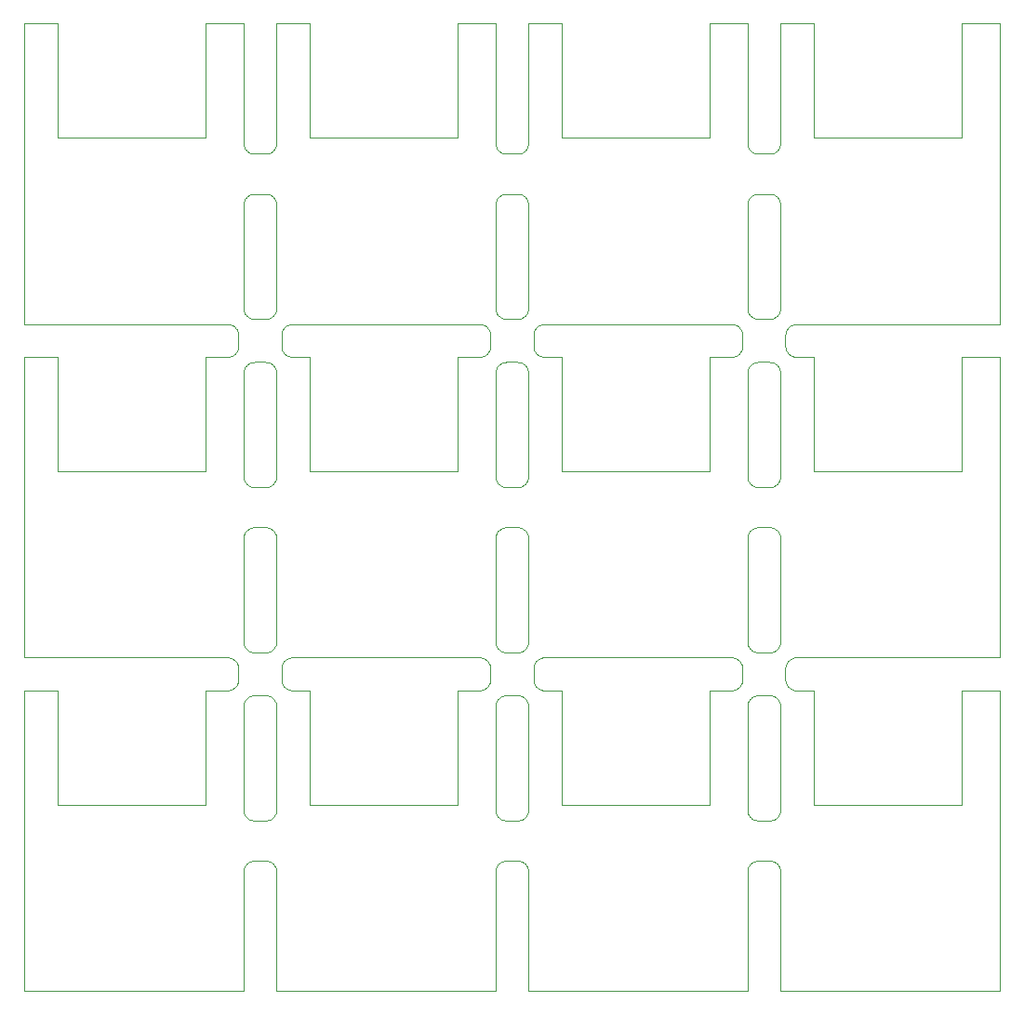
<source format=gko>
%MOIN*%
%OFA0B0*%
%FSLAX44Y44*%
%IPPOS*%
%LPD*%
%ADD10C,0*%
D10*
X00025912Y00024486D02*
X00025912Y00024486D01*
X00025912Y00028186D01*
X00025913Y00028217D01*
X00025917Y00028248D01*
X00025923Y00028278D01*
X00025931Y00028308D01*
X00025942Y00028337D01*
X00025955Y00028365D01*
X00025970Y00028392D01*
X00025987Y00028418D01*
X00026006Y00028442D01*
X00026027Y00028465D01*
X00026050Y00028486D01*
X00026074Y00028505D01*
X00026100Y00028522D01*
X00026127Y00028537D01*
X00026155Y00028550D01*
X00026184Y00028561D01*
X00026213Y00028569D01*
X00026244Y00028575D01*
X00026275Y00028579D01*
X00026305Y00028580D01*
X00026699Y00028580D01*
X00026730Y00028579D01*
X00026761Y00028575D01*
X00026791Y00028569D01*
X00026821Y00028561D01*
X00026850Y00028550D01*
X00026878Y00028537D01*
X00026905Y00028522D01*
X00026931Y00028505D01*
X00026955Y00028486D01*
X00026977Y00028465D01*
X00026998Y00028442D01*
X00027018Y00028418D01*
X00027035Y00028392D01*
X00027050Y00028365D01*
X00027063Y00028337D01*
X00027074Y00028308D01*
X00027082Y00028278D01*
X00027088Y00028248D01*
X00027092Y00028217D01*
X00027093Y00028186D01*
X00027093Y00024486D01*
X00027092Y00024456D01*
X00027088Y00024425D01*
X00027082Y00024395D01*
X00027074Y00024365D01*
X00027063Y00024336D01*
X00027050Y00024308D01*
X00027035Y00024281D01*
X00027018Y00024255D01*
X00026998Y00024231D01*
X00026977Y00024208D01*
X00026955Y00024187D01*
X00026931Y00024168D01*
X00026905Y00024151D01*
X00026878Y00024136D01*
X00026850Y00024123D01*
X00026821Y00024112D01*
X00026791Y00024104D01*
X00026761Y00024098D01*
X00026730Y00024094D01*
X00026699Y00024093D01*
X00026305Y00024093D01*
X00026275Y00024094D01*
X00026244Y00024098D01*
X00026213Y00024104D01*
X00026184Y00024112D01*
X00026155Y00024123D01*
X00026127Y00024136D01*
X00026100Y00024151D01*
X00026074Y00024168D01*
X00026050Y00024187D01*
X00026027Y00024208D01*
X00026006Y00024231D01*
X00025987Y00024255D01*
X00025970Y00024281D01*
X00025955Y00024308D01*
X00025942Y00024336D01*
X00025931Y00024365D01*
X00025923Y00024395D01*
X00025917Y00024425D01*
X00025913Y00024456D01*
X00025912Y00024486D01*
X00025912Y00022156D02*
X00025912Y00022156D01*
X00025913Y00022187D01*
X00025917Y00022217D01*
X00025923Y00022248D01*
X00025931Y00022278D01*
X00025942Y00022307D01*
X00025955Y00022335D01*
X00025970Y00022362D01*
X00025987Y00022387D01*
X00026006Y00022412D01*
X00026027Y00022434D01*
X00026050Y00022455D01*
X00026074Y00022474D01*
X00026100Y00022492D01*
X00026127Y00022507D01*
X00026155Y00022520D01*
X00026184Y00022530D01*
X00026213Y00022539D01*
X00026244Y00022545D01*
X00026275Y00022548D01*
X00026305Y00022550D01*
X00026699Y00022550D01*
X00026730Y00022548D01*
X00026761Y00022545D01*
X00026791Y00022539D01*
X00026821Y00022530D01*
X00026850Y00022520D01*
X00026878Y00022507D01*
X00026905Y00022492D01*
X00026931Y00022474D01*
X00026955Y00022455D01*
X00026977Y00022434D01*
X00026998Y00022412D01*
X00027018Y00022387D01*
X00027035Y00022362D01*
X00027050Y00022335D01*
X00027063Y00022307D01*
X00027074Y00022278D01*
X00027082Y00022248D01*
X00027088Y00022217D01*
X00027092Y00022187D01*
X00027093Y00022156D01*
X00027093Y00018456D01*
X00027092Y00018425D01*
X00027088Y00018394D01*
X00027082Y00018364D01*
X00027074Y00018334D01*
X00027063Y00018305D01*
X00027050Y00018277D01*
X00027035Y00018250D01*
X00027018Y00018225D01*
X00026998Y00018200D01*
X00026977Y00018178D01*
X00026955Y00018157D01*
X00026931Y00018137D01*
X00026905Y00018120D01*
X00026878Y00018105D01*
X00026850Y00018092D01*
X00026821Y00018082D01*
X00026791Y00018073D01*
X00026761Y00018067D01*
X00026730Y00018063D01*
X00026699Y00018062D01*
X00026305Y00018062D01*
X00026275Y00018063D01*
X00026244Y00018067D01*
X00026213Y00018073D01*
X00026184Y00018082D01*
X00026155Y00018092D01*
X00026127Y00018105D01*
X00026100Y00018120D01*
X00026074Y00018137D01*
X00026050Y00018157D01*
X00026027Y00018178D01*
X00026006Y00018200D01*
X00025987Y00018225D01*
X00025970Y00018250D01*
X00025955Y00018277D01*
X00025942Y00018305D01*
X00025931Y00018334D01*
X00025923Y00018364D01*
X00025917Y00018394D01*
X00025913Y00018425D01*
X00025912Y00018456D01*
X00025912Y00022156D01*
X00025912Y00010200D02*
X00025912Y00010200D01*
X00025913Y00010231D01*
X00025917Y00010261D01*
X00025923Y00010292D01*
X00025931Y00010321D01*
X00025942Y00010350D01*
X00025955Y00010378D01*
X00025970Y00010405D01*
X00025987Y00010431D01*
X00026006Y00010455D01*
X00026027Y00010478D01*
X00026050Y00010499D01*
X00026074Y00010518D01*
X00026100Y00010535D01*
X00026127Y00010551D01*
X00026155Y00010563D01*
X00026184Y00010574D01*
X00026213Y00010583D01*
X00026244Y00010589D01*
X00026275Y00010592D01*
X00026305Y00010593D01*
X00026699Y00010593D01*
X00026730Y00010592D01*
X00026761Y00010589D01*
X00026791Y00010583D01*
X00026821Y00010574D01*
X00026850Y00010563D01*
X00026878Y00010551D01*
X00026905Y00010535D01*
X00026931Y00010518D01*
X00026955Y00010499D01*
X00026977Y00010478D01*
X00026998Y00010455D01*
X00027018Y00010431D01*
X00027035Y00010405D01*
X00027050Y00010378D01*
X00027063Y00010350D01*
X00027074Y00010321D01*
X00027082Y00010292D01*
X00027088Y00010261D01*
X00027092Y00010231D01*
X00027093Y00010200D01*
X00027093Y00006500D01*
X00027092Y00006469D01*
X00027088Y00006438D01*
X00027082Y00006408D01*
X00027074Y00006378D01*
X00027063Y00006349D01*
X00027050Y00006321D01*
X00027035Y00006294D01*
X00027018Y00006268D01*
X00026998Y00006244D01*
X00026977Y00006221D01*
X00026955Y00006200D01*
X00026931Y00006181D01*
X00026905Y00006164D01*
X00026878Y00006149D01*
X00026850Y00006136D01*
X00026821Y00006125D01*
X00026791Y00006117D01*
X00026761Y00006111D01*
X00026730Y00006107D01*
X00026699Y00006106D01*
X00026305Y00006106D01*
X00026275Y00006107D01*
X00026244Y00006111D01*
X00026213Y00006117D01*
X00026184Y00006125D01*
X00026155Y00006136D01*
X00026127Y00006149D01*
X00026100Y00006164D01*
X00026074Y00006181D01*
X00026050Y00006200D01*
X00026027Y00006221D01*
X00026006Y00006244D01*
X00025987Y00006268D01*
X00025970Y00006294D01*
X00025955Y00006321D01*
X00025942Y00006349D01*
X00025931Y00006378D01*
X00025923Y00006408D01*
X00025917Y00006438D01*
X00025913Y00006469D01*
X00025912Y00006500D01*
X00025912Y00010200D01*
X00025337Y00011956D02*
X00025337Y00011956D01*
X00025368Y00011954D01*
X00025399Y00011951D01*
X00025429Y00011945D01*
X00025459Y00011936D01*
X00025488Y00011926D01*
X00025516Y00011913D01*
X00025543Y00011898D01*
X00025568Y00011880D01*
X00025593Y00011861D01*
X00025615Y00011840D01*
X00025636Y00011818D01*
X00025655Y00011793D01*
X00025673Y00011768D01*
X00025688Y00011741D01*
X00025701Y00011713D01*
X00025711Y00011684D01*
X00025720Y00011654D01*
X00025726Y00011623D01*
X00025729Y00011593D01*
X00025731Y00011562D01*
X00025731Y00011168D01*
X00025729Y00011137D01*
X00025726Y00011107D01*
X00025720Y00011076D01*
X00025711Y00011047D01*
X00025701Y00011018D01*
X00025688Y00010989D01*
X00025673Y00010962D01*
X00025655Y00010937D01*
X00025636Y00010913D01*
X00025615Y00010890D01*
X00025593Y00010869D01*
X00025568Y00010850D01*
X00025543Y00010833D01*
X00025516Y00010817D01*
X00025488Y00010804D01*
X00025459Y00010794D01*
X00025429Y00010785D01*
X00025399Y00010779D01*
X00025368Y00010776D01*
X00025337Y00010775D01*
X00024562Y00010775D01*
X00024562Y00006675D01*
X00019262Y00006675D01*
X00019262Y00010775D01*
X00018636Y00010775D01*
X00018606Y00010776D01*
X00018575Y00010779D01*
X00018545Y00010785D01*
X00018515Y00010794D01*
X00018486Y00010804D01*
X00018458Y00010817D01*
X00018431Y00010833D01*
X00018405Y00010850D01*
X00018381Y00010869D01*
X00018358Y00010890D01*
X00018337Y00010913D01*
X00018318Y00010937D01*
X00018301Y00010962D01*
X00018286Y00010989D01*
X00018273Y00011018D01*
X00018262Y00011047D01*
X00018254Y00011076D01*
X00018248Y00011107D01*
X00018244Y00011137D01*
X00018243Y00011168D01*
X00018243Y00011562D01*
X00018244Y00011593D01*
X00018248Y00011623D01*
X00018254Y00011654D01*
X00018262Y00011684D01*
X00018273Y00011713D01*
X00018286Y00011741D01*
X00018301Y00011768D01*
X00018318Y00011793D01*
X00018337Y00011818D01*
X00018358Y00011840D01*
X00018381Y00011861D01*
X00018405Y00011880D01*
X00018431Y00011898D01*
X00018458Y00011913D01*
X00018486Y00011926D01*
X00018515Y00011936D01*
X00018545Y00011945D01*
X00018575Y00011951D01*
X00018606Y00011954D01*
X00018636Y00011956D01*
X00025337Y00011956D01*
X00027093Y00012530D02*
X00027093Y00012530D01*
X00027092Y00012499D01*
X00027088Y00012469D01*
X00027082Y00012438D01*
X00027074Y00012409D01*
X00027063Y00012380D01*
X00027050Y00012352D01*
X00027035Y00012325D01*
X00027018Y00012299D01*
X00026998Y00012275D01*
X00026977Y00012252D01*
X00026955Y00012231D01*
X00026931Y00012212D01*
X00026905Y00012195D01*
X00026878Y00012180D01*
X00026850Y00012167D01*
X00026821Y00012156D01*
X00026791Y00012148D01*
X00026761Y00012141D01*
X00026730Y00012138D01*
X00026699Y00012137D01*
X00026305Y00012137D01*
X00026275Y00012138D01*
X00026244Y00012141D01*
X00026213Y00012148D01*
X00026184Y00012156D01*
X00026155Y00012167D01*
X00026127Y00012180D01*
X00026100Y00012195D01*
X00026074Y00012212D01*
X00026050Y00012231D01*
X00026027Y00012252D01*
X00026006Y00012275D01*
X00025987Y00012299D01*
X00025970Y00012325D01*
X00025955Y00012352D01*
X00025942Y00012380D01*
X00025931Y00012409D01*
X00025923Y00012438D01*
X00025917Y00012469D01*
X00025913Y00012499D01*
X00025912Y00012530D01*
X00025912Y00016230D01*
X00025913Y00016261D01*
X00025917Y00016292D01*
X00025923Y00016322D01*
X00025931Y00016352D01*
X00025942Y00016381D01*
X00025955Y00016409D01*
X00025970Y00016436D01*
X00025987Y00016462D01*
X00026006Y00016486D01*
X00026027Y00016509D01*
X00026050Y00016530D01*
X00026074Y00016549D01*
X00026100Y00016566D01*
X00026127Y00016581D01*
X00026155Y00016594D01*
X00026184Y00016605D01*
X00026213Y00016613D01*
X00026244Y00016619D01*
X00026275Y00016623D01*
X00026305Y00016624D01*
X00026699Y00016624D01*
X00026730Y00016623D01*
X00026761Y00016619D01*
X00026791Y00016613D01*
X00026821Y00016605D01*
X00026850Y00016594D01*
X00026878Y00016581D01*
X00026905Y00016566D01*
X00026931Y00016549D01*
X00026955Y00016530D01*
X00026977Y00016509D01*
X00026998Y00016486D01*
X00027018Y00016462D01*
X00027035Y00016436D01*
X00027050Y00016409D01*
X00027063Y00016381D01*
X00027074Y00016352D01*
X00027082Y00016322D01*
X00027088Y00016292D01*
X00027092Y00016261D01*
X00027093Y00016230D01*
X00027093Y00012530D01*
X00016881Y00010200D02*
X00016881Y00010200D01*
X00016882Y00010231D01*
X00016885Y00010261D01*
X00016891Y00010292D01*
X00016900Y00010321D01*
X00016911Y00010350D01*
X00016924Y00010378D01*
X00016939Y00010405D01*
X00016956Y00010431D01*
X00016975Y00010455D01*
X00016996Y00010478D01*
X00017019Y00010499D01*
X00017043Y00010518D01*
X00017069Y00010535D01*
X00017096Y00010551D01*
X00017124Y00010563D01*
X00017153Y00010574D01*
X00017182Y00010583D01*
X00017213Y00010589D01*
X00017243Y00010592D01*
X00017274Y00010593D01*
X00017668Y00010593D01*
X00017699Y00010592D01*
X00017730Y00010589D01*
X00017760Y00010583D01*
X00017790Y00010574D01*
X00017819Y00010563D01*
X00017847Y00010551D01*
X00017874Y00010535D01*
X00017899Y00010518D01*
X00017924Y00010499D01*
X00017946Y00010478D01*
X00017967Y00010455D01*
X00017987Y00010431D01*
X00018004Y00010405D01*
X00018019Y00010378D01*
X00018032Y00010350D01*
X00018042Y00010321D01*
X00018051Y00010292D01*
X00018057Y00010261D01*
X00018060Y00010231D01*
X00018062Y00010200D01*
X00018062Y00006500D01*
X00018060Y00006469D01*
X00018057Y00006438D01*
X00018051Y00006408D01*
X00018042Y00006378D01*
X00018032Y00006349D01*
X00018019Y00006321D01*
X00018004Y00006294D01*
X00017987Y00006268D01*
X00017967Y00006244D01*
X00017946Y00006221D01*
X00017924Y00006200D01*
X00017899Y00006181D01*
X00017874Y00006164D01*
X00017847Y00006149D01*
X00017819Y00006136D01*
X00017790Y00006125D01*
X00017760Y00006117D01*
X00017730Y00006111D01*
X00017699Y00006107D01*
X00017668Y00006106D01*
X00017274Y00006106D01*
X00017243Y00006107D01*
X00017213Y00006111D01*
X00017182Y00006117D01*
X00017153Y00006125D01*
X00017124Y00006136D01*
X00017096Y00006149D01*
X00017069Y00006164D01*
X00017043Y00006181D01*
X00017019Y00006200D01*
X00016996Y00006221D01*
X00016975Y00006244D01*
X00016956Y00006268D01*
X00016939Y00006294D01*
X00016924Y00006321D01*
X00016911Y00006349D01*
X00016900Y00006378D01*
X00016891Y00006408D01*
X00016885Y00006438D01*
X00016882Y00006469D01*
X00016881Y00006500D01*
X00016881Y00010200D01*
X00018062Y00012530D02*
X00018062Y00012530D01*
X00018060Y00012499D01*
X00018057Y00012469D01*
X00018051Y00012438D01*
X00018042Y00012409D01*
X00018032Y00012380D01*
X00018019Y00012352D01*
X00018004Y00012325D01*
X00017987Y00012299D01*
X00017967Y00012275D01*
X00017946Y00012252D01*
X00017924Y00012231D01*
X00017899Y00012212D01*
X00017874Y00012195D01*
X00017847Y00012180D01*
X00017819Y00012167D01*
X00017790Y00012156D01*
X00017760Y00012148D01*
X00017730Y00012141D01*
X00017699Y00012138D01*
X00017668Y00012137D01*
X00017274Y00012137D01*
X00017243Y00012138D01*
X00017213Y00012141D01*
X00017182Y00012148D01*
X00017153Y00012156D01*
X00017124Y00012167D01*
X00017096Y00012180D01*
X00017069Y00012195D01*
X00017043Y00012212D01*
X00017019Y00012231D01*
X00016996Y00012252D01*
X00016975Y00012275D01*
X00016956Y00012299D01*
X00016939Y00012325D01*
X00016924Y00012352D01*
X00016911Y00012380D01*
X00016900Y00012409D01*
X00016891Y00012438D01*
X00016885Y00012469D01*
X00016882Y00012499D01*
X00016881Y00012530D01*
X00016881Y00016230D01*
X00016882Y00016261D01*
X00016885Y00016292D01*
X00016891Y00016322D01*
X00016900Y00016352D01*
X00016911Y00016381D01*
X00016924Y00016409D01*
X00016939Y00016436D01*
X00016956Y00016462D01*
X00016975Y00016486D01*
X00016996Y00016509D01*
X00017019Y00016530D01*
X00017043Y00016549D01*
X00017069Y00016566D01*
X00017096Y00016581D01*
X00017124Y00016594D01*
X00017153Y00016605D01*
X00017182Y00016613D01*
X00017213Y00016619D01*
X00017243Y00016623D01*
X00017274Y00016624D01*
X00017668Y00016624D01*
X00017699Y00016623D01*
X00017730Y00016619D01*
X00017760Y00016613D01*
X00017790Y00016605D01*
X00017819Y00016594D01*
X00017847Y00016581D01*
X00017874Y00016566D01*
X00017899Y00016549D01*
X00017924Y00016530D01*
X00017946Y00016509D01*
X00017967Y00016486D01*
X00017987Y00016462D01*
X00018004Y00016436D01*
X00018019Y00016409D01*
X00018032Y00016381D01*
X00018042Y00016352D01*
X00018051Y00016322D01*
X00018057Y00016292D01*
X00018060Y00016261D01*
X00018062Y00016230D01*
X00018062Y00012530D01*
X00018636Y00022731D02*
X00018636Y00022731D01*
X00018606Y00022732D01*
X00018575Y00022735D01*
X00018545Y00022741D01*
X00018515Y00022750D01*
X00018486Y00022761D01*
X00018458Y00022774D01*
X00018431Y00022789D01*
X00018405Y00022806D01*
X00018381Y00022825D01*
X00018358Y00022846D01*
X00018337Y00022869D01*
X00018318Y00022893D01*
X00018301Y00022919D01*
X00018286Y00022946D01*
X00018273Y00022974D01*
X00018262Y00023003D01*
X00018254Y00023032D01*
X00018248Y00023063D01*
X00018244Y00023093D01*
X00018243Y00023124D01*
X00018243Y00023518D01*
X00018244Y00023549D01*
X00018248Y00023580D01*
X00018254Y00023610D01*
X00018262Y00023640D01*
X00018273Y00023669D01*
X00018286Y00023697D01*
X00018301Y00023724D01*
X00018318Y00023749D01*
X00018337Y00023774D01*
X00018358Y00023796D01*
X00018381Y00023817D01*
X00018405Y00023837D01*
X00018431Y00023854D01*
X00018458Y00023869D01*
X00018486Y00023882D01*
X00018515Y00023892D01*
X00018545Y00023901D01*
X00018575Y00023907D01*
X00018606Y00023910D01*
X00018636Y00023912D01*
X00025337Y00023912D01*
X00025368Y00023910D01*
X00025399Y00023907D01*
X00025429Y00023901D01*
X00025459Y00023892D01*
X00025488Y00023882D01*
X00025516Y00023869D01*
X00025543Y00023854D01*
X00025568Y00023837D01*
X00025593Y00023817D01*
X00025615Y00023796D01*
X00025636Y00023774D01*
X00025655Y00023749D01*
X00025673Y00023724D01*
X00025688Y00023697D01*
X00025701Y00023669D01*
X00025711Y00023640D01*
X00025720Y00023610D01*
X00025726Y00023580D01*
X00025729Y00023549D01*
X00025731Y00023518D01*
X00025731Y00023124D01*
X00025729Y00023093D01*
X00025726Y00023063D01*
X00025720Y00023032D01*
X00025711Y00023003D01*
X00025701Y00022974D01*
X00025688Y00022946D01*
X00025673Y00022919D01*
X00025655Y00022893D01*
X00025636Y00022869D01*
X00025615Y00022846D01*
X00025593Y00022825D01*
X00025568Y00022806D01*
X00025543Y00022789D01*
X00025516Y00022774D01*
X00025488Y00022761D01*
X00025459Y00022750D01*
X00025429Y00022741D01*
X00025399Y00022735D01*
X00025368Y00022732D01*
X00025337Y00022731D01*
X00024562Y00022731D01*
X00024562Y00018631D01*
X00019262Y00018631D01*
X00019262Y00022731D01*
X00018636Y00022731D01*
X00016881Y00022156D02*
X00016881Y00022156D01*
X00016882Y00022187D01*
X00016885Y00022217D01*
X00016891Y00022248D01*
X00016900Y00022278D01*
X00016911Y00022307D01*
X00016924Y00022335D01*
X00016939Y00022362D01*
X00016956Y00022387D01*
X00016975Y00022412D01*
X00016996Y00022434D01*
X00017019Y00022455D01*
X00017043Y00022474D01*
X00017069Y00022492D01*
X00017096Y00022507D01*
X00017124Y00022520D01*
X00017153Y00022530D01*
X00017182Y00022539D01*
X00017213Y00022545D01*
X00017243Y00022548D01*
X00017274Y00022550D01*
X00017668Y00022550D01*
X00017699Y00022548D01*
X00017730Y00022545D01*
X00017760Y00022539D01*
X00017790Y00022530D01*
X00017819Y00022520D01*
X00017847Y00022507D01*
X00017874Y00022492D01*
X00017899Y00022474D01*
X00017924Y00022455D01*
X00017946Y00022434D01*
X00017967Y00022412D01*
X00017987Y00022387D01*
X00018004Y00022362D01*
X00018019Y00022335D01*
X00018032Y00022307D01*
X00018042Y00022278D01*
X00018051Y00022248D01*
X00018057Y00022217D01*
X00018060Y00022187D01*
X00018062Y00022156D01*
X00018062Y00018456D01*
X00018060Y00018425D01*
X00018057Y00018394D01*
X00018051Y00018364D01*
X00018042Y00018334D01*
X00018032Y00018305D01*
X00018019Y00018277D01*
X00018004Y00018250D01*
X00017987Y00018225D01*
X00017967Y00018200D01*
X00017946Y00018178D01*
X00017924Y00018157D01*
X00017899Y00018137D01*
X00017874Y00018120D01*
X00017847Y00018105D01*
X00017819Y00018092D01*
X00017790Y00018082D01*
X00017760Y00018073D01*
X00017730Y00018067D01*
X00017699Y00018063D01*
X00017668Y00018062D01*
X00017274Y00018062D01*
X00017243Y00018063D01*
X00017213Y00018067D01*
X00017182Y00018073D01*
X00017153Y00018082D01*
X00017124Y00018092D01*
X00017096Y00018105D01*
X00017069Y00018120D01*
X00017043Y00018137D01*
X00017019Y00018157D01*
X00016996Y00018178D01*
X00016975Y00018200D01*
X00016956Y00018225D01*
X00016939Y00018250D01*
X00016924Y00018277D01*
X00016911Y00018305D01*
X00016900Y00018334D01*
X00016891Y00018364D01*
X00016885Y00018394D01*
X00016882Y00018425D01*
X00016881Y00018456D01*
X00016881Y00022156D01*
X00016306Y00023912D02*
X00016306Y00023912D01*
X00016337Y00023910D01*
X00016367Y00023907D01*
X00016398Y00023901D01*
X00016428Y00023892D01*
X00016457Y00023882D01*
X00016485Y00023869D01*
X00016512Y00023854D01*
X00016537Y00023837D01*
X00016562Y00023817D01*
X00016584Y00023796D01*
X00016605Y00023774D01*
X00016624Y00023749D01*
X00016642Y00023724D01*
X00016657Y00023697D01*
X00016670Y00023669D01*
X00016680Y00023640D01*
X00016689Y00023610D01*
X00016695Y00023580D01*
X00016698Y00023549D01*
X00016700Y00023518D01*
X00016700Y00023124D01*
X00016698Y00023093D01*
X00016695Y00023063D01*
X00016689Y00023032D01*
X00016680Y00023003D01*
X00016670Y00022974D01*
X00016657Y00022946D01*
X00016642Y00022919D01*
X00016624Y00022893D01*
X00016605Y00022869D01*
X00016584Y00022846D01*
X00016562Y00022825D01*
X00016537Y00022806D01*
X00016512Y00022789D01*
X00016485Y00022774D01*
X00016457Y00022761D01*
X00016428Y00022750D01*
X00016398Y00022741D01*
X00016367Y00022735D01*
X00016337Y00022732D01*
X00016306Y00022731D01*
X00015531Y00022731D01*
X00015531Y00018631D01*
X00010231Y00018631D01*
X00010231Y00022731D01*
X00009605Y00022731D01*
X00009574Y00022732D01*
X00009544Y00022735D01*
X00009513Y00022741D01*
X00009484Y00022750D01*
X00009455Y00022761D01*
X00009427Y00022774D01*
X00009400Y00022789D01*
X00009374Y00022806D01*
X00009350Y00022825D01*
X00009327Y00022846D01*
X00009306Y00022869D01*
X00009287Y00022893D01*
X00009270Y00022919D01*
X00009255Y00022946D01*
X00009242Y00022974D01*
X00009231Y00023003D01*
X00009223Y00023032D01*
X00009216Y00023063D01*
X00009213Y00023093D01*
X00009212Y00023124D01*
X00009212Y00023518D01*
X00009213Y00023549D01*
X00009216Y00023580D01*
X00009223Y00023610D01*
X00009231Y00023640D01*
X00009242Y00023669D01*
X00009255Y00023697D01*
X00009270Y00023724D01*
X00009287Y00023749D01*
X00009306Y00023774D01*
X00009327Y00023796D01*
X00009350Y00023817D01*
X00009374Y00023837D01*
X00009400Y00023854D01*
X00009427Y00023869D01*
X00009455Y00023882D01*
X00009484Y00023892D01*
X00009513Y00023901D01*
X00009544Y00023907D01*
X00009574Y00023910D01*
X00009605Y00023912D01*
X00016306Y00023912D01*
X00018062Y00024486D02*
X00018062Y00024486D01*
X00018060Y00024456D01*
X00018057Y00024425D01*
X00018051Y00024395D01*
X00018042Y00024365D01*
X00018032Y00024336D01*
X00018019Y00024308D01*
X00018004Y00024281D01*
X00017987Y00024255D01*
X00017967Y00024231D01*
X00017946Y00024208D01*
X00017924Y00024187D01*
X00017899Y00024168D01*
X00017874Y00024151D01*
X00017847Y00024136D01*
X00017819Y00024123D01*
X00017790Y00024112D01*
X00017760Y00024104D01*
X00017730Y00024098D01*
X00017699Y00024094D01*
X00017668Y00024093D01*
X00017274Y00024093D01*
X00017243Y00024094D01*
X00017213Y00024098D01*
X00017182Y00024104D01*
X00017153Y00024112D01*
X00017124Y00024123D01*
X00017096Y00024136D01*
X00017069Y00024151D01*
X00017043Y00024168D01*
X00017019Y00024187D01*
X00016996Y00024208D01*
X00016975Y00024231D01*
X00016956Y00024255D01*
X00016939Y00024281D01*
X00016924Y00024308D01*
X00016911Y00024336D01*
X00016900Y00024365D01*
X00016891Y00024395D01*
X00016885Y00024425D01*
X00016882Y00024456D01*
X00016881Y00024486D01*
X00016881Y00028186D01*
X00016882Y00028217D01*
X00016885Y00028248D01*
X00016891Y00028278D01*
X00016900Y00028308D01*
X00016911Y00028337D01*
X00016924Y00028365D01*
X00016939Y00028392D01*
X00016956Y00028418D01*
X00016975Y00028442D01*
X00016996Y00028465D01*
X00017019Y00028486D01*
X00017043Y00028505D01*
X00017069Y00028522D01*
X00017096Y00028537D01*
X00017124Y00028550D01*
X00017153Y00028561D01*
X00017182Y00028569D01*
X00017213Y00028575D01*
X00017243Y00028579D01*
X00017274Y00028580D01*
X00017668Y00028580D01*
X00017699Y00028579D01*
X00017730Y00028575D01*
X00017760Y00028569D01*
X00017790Y00028561D01*
X00017819Y00028550D01*
X00017847Y00028537D01*
X00017874Y00028522D01*
X00017899Y00028505D01*
X00017924Y00028486D01*
X00017946Y00028465D01*
X00017967Y00028442D01*
X00017987Y00028418D01*
X00018004Y00028392D01*
X00018019Y00028365D01*
X00018032Y00028337D01*
X00018042Y00028308D01*
X00018051Y00028278D01*
X00018057Y00028248D01*
X00018060Y00028217D01*
X00018062Y00028186D01*
X00018062Y00024486D01*
X00007849Y00022156D02*
X00007849Y00022156D01*
X00007851Y00022187D01*
X00007854Y00022217D01*
X00007860Y00022248D01*
X00007869Y00022278D01*
X00007879Y00022307D01*
X00007892Y00022335D01*
X00007908Y00022362D01*
X00007925Y00022387D01*
X00007944Y00022412D01*
X00007965Y00022434D01*
X00007988Y00022455D01*
X00008012Y00022474D01*
X00008037Y00022492D01*
X00008064Y00022507D01*
X00008093Y00022520D01*
X00008122Y00022530D01*
X00008151Y00022539D01*
X00008182Y00022545D01*
X00008212Y00022548D01*
X00008243Y00022550D01*
X00008637Y00022550D01*
X00008668Y00022548D01*
X00008698Y00022545D01*
X00008729Y00022539D01*
X00008759Y00022530D01*
X00008788Y00022520D01*
X00008816Y00022507D01*
X00008843Y00022492D01*
X00008868Y00022474D01*
X00008893Y00022455D01*
X00008915Y00022434D01*
X00008936Y00022412D01*
X00008955Y00022387D01*
X00008973Y00022362D01*
X00008988Y00022335D01*
X00009001Y00022307D01*
X00009011Y00022278D01*
X00009020Y00022248D01*
X00009026Y00022217D01*
X00009029Y00022187D01*
X00009031Y00022156D01*
X00009031Y00018456D01*
X00009029Y00018425D01*
X00009026Y00018394D01*
X00009020Y00018364D01*
X00009011Y00018334D01*
X00009001Y00018305D01*
X00008988Y00018277D01*
X00008973Y00018250D01*
X00008955Y00018225D01*
X00008936Y00018200D01*
X00008915Y00018178D01*
X00008893Y00018157D01*
X00008868Y00018137D01*
X00008843Y00018120D01*
X00008816Y00018105D01*
X00008788Y00018092D01*
X00008759Y00018082D01*
X00008729Y00018073D01*
X00008698Y00018067D01*
X00008668Y00018063D01*
X00008637Y00018062D01*
X00008243Y00018062D01*
X00008212Y00018063D01*
X00008182Y00018067D01*
X00008151Y00018073D01*
X00008122Y00018082D01*
X00008093Y00018092D01*
X00008064Y00018105D01*
X00008037Y00018120D01*
X00008012Y00018137D01*
X00007988Y00018157D01*
X00007965Y00018178D01*
X00007944Y00018200D01*
X00007925Y00018225D01*
X00007908Y00018250D01*
X00007892Y00018277D01*
X00007879Y00018305D01*
X00007869Y00018334D01*
X00007860Y00018364D01*
X00007854Y00018394D01*
X00007851Y00018425D01*
X00007849Y00018456D01*
X00007849Y00022156D01*
X00007275Y00023912D02*
X00007275Y00023912D01*
X00007306Y00023910D01*
X00007336Y00023907D01*
X00007367Y00023901D01*
X00007396Y00023892D01*
X00007425Y00023882D01*
X00007453Y00023869D01*
X00007480Y00023854D01*
X00007506Y00023837D01*
X00007530Y00023817D01*
X00007553Y00023796D01*
X00007574Y00023774D01*
X00007593Y00023749D01*
X00007610Y00023724D01*
X00007626Y00023697D01*
X00007638Y00023669D01*
X00007649Y00023640D01*
X00007658Y00023610D01*
X00007664Y00023580D01*
X00007667Y00023549D01*
X00007668Y00023518D01*
X00007668Y00023124D01*
X00007667Y00023093D01*
X00007664Y00023063D01*
X00007658Y00023032D01*
X00007649Y00023003D01*
X00007638Y00022974D01*
X00007626Y00022946D01*
X00007610Y00022919D01*
X00007593Y00022893D01*
X00007574Y00022869D01*
X00007553Y00022846D01*
X00007530Y00022825D01*
X00007506Y00022806D01*
X00007480Y00022789D01*
X00007453Y00022774D01*
X00007425Y00022761D01*
X00007396Y00022750D01*
X00007367Y00022741D01*
X00007336Y00022735D01*
X00007306Y00022732D01*
X00007275Y00022731D01*
X00006500Y00022731D01*
X00006500Y00018631D01*
X00001200Y00018631D01*
X00001200Y00022731D01*
X00000000Y00022731D01*
X00000000Y00011956D01*
X00007275Y00011956D01*
X00007306Y00011954D01*
X00007336Y00011951D01*
X00007367Y00011945D01*
X00007396Y00011936D01*
X00007425Y00011926D01*
X00007453Y00011913D01*
X00007480Y00011898D01*
X00007506Y00011880D01*
X00007530Y00011861D01*
X00007553Y00011840D01*
X00007574Y00011818D01*
X00007593Y00011793D01*
X00007610Y00011768D01*
X00007626Y00011741D01*
X00007638Y00011713D01*
X00007649Y00011684D01*
X00007658Y00011654D01*
X00007664Y00011623D01*
X00007667Y00011593D01*
X00007668Y00011562D01*
X00007668Y00011168D01*
X00007667Y00011137D01*
X00007664Y00011107D01*
X00007658Y00011076D01*
X00007649Y00011047D01*
X00007638Y00011018D01*
X00007626Y00010989D01*
X00007610Y00010962D01*
X00007593Y00010937D01*
X00007574Y00010913D01*
X00007553Y00010890D01*
X00007530Y00010869D01*
X00007506Y00010850D01*
X00007480Y00010833D01*
X00007453Y00010817D01*
X00007425Y00010804D01*
X00007396Y00010794D01*
X00007367Y00010785D01*
X00007336Y00010779D01*
X00007306Y00010776D01*
X00007275Y00010775D01*
X00006500Y00010775D01*
X00006500Y00006675D01*
X00001200Y00006675D01*
X00001200Y00010775D01*
X00000000Y00010775D01*
X00000000Y00000000D01*
X00007849Y00000000D01*
X00007849Y00004274D01*
X00007851Y00004305D01*
X00007854Y00004336D01*
X00007860Y00004366D01*
X00007869Y00004396D01*
X00007879Y00004425D01*
X00007892Y00004453D01*
X00007908Y00004480D01*
X00007925Y00004506D01*
X00007944Y00004530D01*
X00007965Y00004553D01*
X00007988Y00004574D01*
X00008012Y00004593D01*
X00008037Y00004610D01*
X00008064Y00004625D01*
X00008093Y00004638D01*
X00008122Y00004649D01*
X00008151Y00004657D01*
X00008182Y00004663D01*
X00008212Y00004667D01*
X00008243Y00004668D01*
X00008637Y00004668D01*
X00008668Y00004667D01*
X00008698Y00004663D01*
X00008729Y00004657D01*
X00008759Y00004649D01*
X00008788Y00004638D01*
X00008816Y00004625D01*
X00008843Y00004610D01*
X00008868Y00004593D01*
X00008893Y00004574D01*
X00008915Y00004553D01*
X00008936Y00004530D01*
X00008955Y00004506D01*
X00008973Y00004480D01*
X00008988Y00004453D01*
X00009001Y00004425D01*
X00009011Y00004396D01*
X00009020Y00004366D01*
X00009026Y00004336D01*
X00009029Y00004305D01*
X00009031Y00004274D01*
X00009031Y00000000D01*
X00016881Y00000000D01*
X00016881Y00004274D01*
X00016882Y00004305D01*
X00016885Y00004336D01*
X00016891Y00004366D01*
X00016900Y00004396D01*
X00016911Y00004425D01*
X00016924Y00004453D01*
X00016939Y00004480D01*
X00016956Y00004506D01*
X00016975Y00004530D01*
X00016996Y00004553D01*
X00017019Y00004574D01*
X00017043Y00004593D01*
X00017069Y00004610D01*
X00017096Y00004625D01*
X00017124Y00004638D01*
X00017153Y00004649D01*
X00017182Y00004657D01*
X00017213Y00004663D01*
X00017243Y00004667D01*
X00017274Y00004668D01*
X00017668Y00004668D01*
X00017699Y00004667D01*
X00017730Y00004663D01*
X00017760Y00004657D01*
X00017790Y00004649D01*
X00017819Y00004638D01*
X00017847Y00004625D01*
X00017874Y00004610D01*
X00017899Y00004593D01*
X00017924Y00004574D01*
X00017946Y00004553D01*
X00017967Y00004530D01*
X00017987Y00004506D01*
X00018004Y00004480D01*
X00018019Y00004453D01*
X00018032Y00004425D01*
X00018042Y00004396D01*
X00018051Y00004366D01*
X00018057Y00004336D01*
X00018060Y00004305D01*
X00018062Y00004274D01*
X00018062Y00000000D01*
X00025912Y00000000D01*
X00025912Y00004274D01*
X00025913Y00004305D01*
X00025917Y00004336D01*
X00025923Y00004366D01*
X00025931Y00004396D01*
X00025942Y00004425D01*
X00025955Y00004453D01*
X00025970Y00004480D01*
X00025987Y00004506D01*
X00026006Y00004530D01*
X00026027Y00004553D01*
X00026050Y00004574D01*
X00026074Y00004593D01*
X00026100Y00004610D01*
X00026127Y00004625D01*
X00026155Y00004638D01*
X00026184Y00004649D01*
X00026213Y00004657D01*
X00026244Y00004663D01*
X00026275Y00004667D01*
X00026305Y00004668D01*
X00026699Y00004668D01*
X00026730Y00004667D01*
X00026761Y00004663D01*
X00026791Y00004657D01*
X00026821Y00004649D01*
X00026850Y00004638D01*
X00026878Y00004625D01*
X00026905Y00004610D01*
X00026931Y00004593D01*
X00026955Y00004574D01*
X00026977Y00004553D01*
X00026998Y00004530D01*
X00027018Y00004506D01*
X00027035Y00004480D01*
X00027050Y00004453D01*
X00027063Y00004425D01*
X00027074Y00004396D01*
X00027082Y00004366D01*
X00027088Y00004336D01*
X00027092Y00004305D01*
X00027093Y00004274D01*
X00027093Y00000000D01*
X00034943Y00000000D01*
X00034943Y00010775D01*
X00033593Y00010775D01*
X00033593Y00006675D01*
X00028293Y00006675D01*
X00028293Y00010775D01*
X00027668Y00010775D01*
X00027637Y00010776D01*
X00027606Y00010779D01*
X00027576Y00010785D01*
X00027546Y00010794D01*
X00027517Y00010804D01*
X00027489Y00010817D01*
X00027462Y00010833D01*
X00027436Y00010850D01*
X00027412Y00010869D01*
X00027389Y00010890D01*
X00027368Y00010913D01*
X00027349Y00010937D01*
X00027332Y00010962D01*
X00027317Y00010989D01*
X00027304Y00011018D01*
X00027293Y00011047D01*
X00027285Y00011076D01*
X00027279Y00011107D01*
X00027275Y00011137D01*
X00027274Y00011168D01*
X00027274Y00011562D01*
X00027275Y00011593D01*
X00027279Y00011623D01*
X00027285Y00011654D01*
X00027293Y00011684D01*
X00027304Y00011713D01*
X00027317Y00011741D01*
X00027332Y00011768D01*
X00027349Y00011793D01*
X00027368Y00011818D01*
X00027389Y00011840D01*
X00027412Y00011861D01*
X00027436Y00011880D01*
X00027462Y00011898D01*
X00027489Y00011913D01*
X00027517Y00011926D01*
X00027546Y00011936D01*
X00027576Y00011945D01*
X00027606Y00011951D01*
X00027637Y00011954D01*
X00027668Y00011956D01*
X00034943Y00011956D01*
X00034943Y00022731D01*
X00033593Y00022731D01*
X00033593Y00018631D01*
X00028293Y00018631D01*
X00028293Y00022731D01*
X00027668Y00022731D01*
X00027637Y00022732D01*
X00027606Y00022735D01*
X00027576Y00022741D01*
X00027546Y00022750D01*
X00027517Y00022761D01*
X00027489Y00022774D01*
X00027462Y00022789D01*
X00027436Y00022806D01*
X00027412Y00022825D01*
X00027389Y00022846D01*
X00027368Y00022869D01*
X00027349Y00022893D01*
X00027332Y00022919D01*
X00027317Y00022946D01*
X00027304Y00022974D01*
X00027293Y00023003D01*
X00027285Y00023032D01*
X00027279Y00023063D01*
X00027275Y00023093D01*
X00027274Y00023124D01*
X00027274Y00023518D01*
X00027275Y00023549D01*
X00027279Y00023580D01*
X00027285Y00023610D01*
X00027293Y00023640D01*
X00027304Y00023669D01*
X00027317Y00023697D01*
X00027332Y00023724D01*
X00027349Y00023749D01*
X00027368Y00023774D01*
X00027389Y00023796D01*
X00027412Y00023817D01*
X00027436Y00023837D01*
X00027462Y00023854D01*
X00027489Y00023869D01*
X00027517Y00023882D01*
X00027546Y00023892D01*
X00027576Y00023901D01*
X00027606Y00023907D01*
X00027637Y00023910D01*
X00027668Y00023912D01*
X00034943Y00023912D01*
X00034943Y00034687D01*
X00033593Y00034687D01*
X00033593Y00030587D01*
X00028293Y00030587D01*
X00028293Y00034687D01*
X00027093Y00034687D01*
X00027093Y00030412D01*
X00027092Y00030381D01*
X00027088Y00030350D01*
X00027082Y00030320D01*
X00027074Y00030290D01*
X00027063Y00030261D01*
X00027050Y00030233D01*
X00027035Y00030206D01*
X00027018Y00030181D01*
X00026998Y00030156D01*
X00026977Y00030134D01*
X00026955Y00030113D01*
X00026931Y00030094D01*
X00026905Y00030076D01*
X00026878Y00030061D01*
X00026850Y00030048D01*
X00026821Y00030038D01*
X00026791Y00030029D01*
X00026761Y00030023D01*
X00026730Y00030020D01*
X00026699Y00030018D01*
X00026305Y00030018D01*
X00026275Y00030020D01*
X00026244Y00030023D01*
X00026213Y00030029D01*
X00026184Y00030038D01*
X00026155Y00030048D01*
X00026127Y00030061D01*
X00026100Y00030076D01*
X00026074Y00030094D01*
X00026050Y00030113D01*
X00026027Y00030134D01*
X00026006Y00030156D01*
X00025987Y00030181D01*
X00025970Y00030206D01*
X00025955Y00030233D01*
X00025942Y00030261D01*
X00025931Y00030290D01*
X00025923Y00030320D01*
X00025917Y00030350D01*
X00025913Y00030381D01*
X00025912Y00030412D01*
X00025912Y00034687D01*
X00024562Y00034687D01*
X00024562Y00030587D01*
X00019262Y00030587D01*
X00019262Y00034687D01*
X00018062Y00034687D01*
X00018062Y00030412D01*
X00018060Y00030381D01*
X00018057Y00030350D01*
X00018051Y00030320D01*
X00018042Y00030290D01*
X00018032Y00030261D01*
X00018019Y00030233D01*
X00018004Y00030206D01*
X00017987Y00030181D01*
X00017967Y00030156D01*
X00017946Y00030134D01*
X00017924Y00030113D01*
X00017899Y00030094D01*
X00017874Y00030076D01*
X00017847Y00030061D01*
X00017819Y00030048D01*
X00017790Y00030038D01*
X00017760Y00030029D01*
X00017730Y00030023D01*
X00017699Y00030020D01*
X00017668Y00030018D01*
X00017274Y00030018D01*
X00017243Y00030020D01*
X00017213Y00030023D01*
X00017182Y00030029D01*
X00017153Y00030038D01*
X00017124Y00030048D01*
X00017096Y00030061D01*
X00017069Y00030076D01*
X00017043Y00030094D01*
X00017019Y00030113D01*
X00016996Y00030134D01*
X00016975Y00030156D01*
X00016956Y00030181D01*
X00016939Y00030206D01*
X00016924Y00030233D01*
X00016911Y00030261D01*
X00016900Y00030290D01*
X00016891Y00030320D01*
X00016885Y00030350D01*
X00016882Y00030381D01*
X00016881Y00030412D01*
X00016881Y00034687D01*
X00015531Y00034687D01*
X00015531Y00030587D01*
X00010231Y00030587D01*
X00010231Y00034687D01*
X00009031Y00034687D01*
X00009031Y00030412D01*
X00009029Y00030381D01*
X00009026Y00030350D01*
X00009020Y00030320D01*
X00009011Y00030290D01*
X00009001Y00030261D01*
X00008988Y00030233D01*
X00008973Y00030206D01*
X00008955Y00030181D01*
X00008936Y00030156D01*
X00008915Y00030134D01*
X00008893Y00030113D01*
X00008868Y00030094D01*
X00008843Y00030076D01*
X00008816Y00030061D01*
X00008788Y00030048D01*
X00008759Y00030038D01*
X00008729Y00030029D01*
X00008698Y00030023D01*
X00008668Y00030020D01*
X00008637Y00030018D01*
X00008243Y00030018D01*
X00008212Y00030020D01*
X00008182Y00030023D01*
X00008151Y00030029D01*
X00008122Y00030038D01*
X00008093Y00030048D01*
X00008064Y00030061D01*
X00008037Y00030076D01*
X00008012Y00030094D01*
X00007988Y00030113D01*
X00007965Y00030134D01*
X00007944Y00030156D01*
X00007925Y00030181D01*
X00007908Y00030206D01*
X00007892Y00030233D01*
X00007879Y00030261D01*
X00007869Y00030290D01*
X00007860Y00030320D01*
X00007854Y00030350D01*
X00007851Y00030381D01*
X00007849Y00030412D01*
X00007849Y00034687D01*
X00006500Y00034687D01*
X00006500Y00030587D01*
X00001200Y00030587D01*
X00001200Y00034687D01*
X00000000Y00034687D01*
X00000000Y00023912D01*
X00007275Y00023912D01*
X00009031Y00024486D02*
X00009031Y00024486D01*
X00009029Y00024456D01*
X00009026Y00024425D01*
X00009020Y00024395D01*
X00009011Y00024365D01*
X00009001Y00024336D01*
X00008988Y00024308D01*
X00008973Y00024281D01*
X00008955Y00024255D01*
X00008936Y00024231D01*
X00008915Y00024208D01*
X00008893Y00024187D01*
X00008868Y00024168D01*
X00008843Y00024151D01*
X00008816Y00024136D01*
X00008788Y00024123D01*
X00008759Y00024112D01*
X00008729Y00024104D01*
X00008698Y00024098D01*
X00008668Y00024094D01*
X00008637Y00024093D01*
X00008243Y00024093D01*
X00008212Y00024094D01*
X00008182Y00024098D01*
X00008151Y00024104D01*
X00008122Y00024112D01*
X00008093Y00024123D01*
X00008064Y00024136D01*
X00008037Y00024151D01*
X00008012Y00024168D01*
X00007988Y00024187D01*
X00007965Y00024208D01*
X00007944Y00024231D01*
X00007925Y00024255D01*
X00007908Y00024281D01*
X00007892Y00024308D01*
X00007879Y00024336D01*
X00007869Y00024365D01*
X00007860Y00024395D01*
X00007854Y00024425D01*
X00007851Y00024456D01*
X00007849Y00024486D01*
X00007849Y00028186D01*
X00007851Y00028217D01*
X00007854Y00028248D01*
X00007860Y00028278D01*
X00007869Y00028308D01*
X00007879Y00028337D01*
X00007892Y00028365D01*
X00007908Y00028392D01*
X00007925Y00028418D01*
X00007944Y00028442D01*
X00007965Y00028465D01*
X00007988Y00028486D01*
X00008012Y00028505D01*
X00008037Y00028522D01*
X00008064Y00028537D01*
X00008093Y00028550D01*
X00008122Y00028561D01*
X00008151Y00028569D01*
X00008182Y00028575D01*
X00008212Y00028579D01*
X00008243Y00028580D01*
X00008637Y00028580D01*
X00008668Y00028579D01*
X00008698Y00028575D01*
X00008729Y00028569D01*
X00008759Y00028561D01*
X00008788Y00028550D01*
X00008816Y00028537D01*
X00008843Y00028522D01*
X00008868Y00028505D01*
X00008893Y00028486D01*
X00008915Y00028465D01*
X00008936Y00028442D01*
X00008955Y00028418D01*
X00008973Y00028392D01*
X00008988Y00028365D01*
X00009001Y00028337D01*
X00009011Y00028308D01*
X00009020Y00028278D01*
X00009026Y00028248D01*
X00009029Y00028217D01*
X00009031Y00028186D01*
X00009031Y00024486D01*
X00009605Y00010775D02*
X00009605Y00010775D01*
X00009574Y00010776D01*
X00009544Y00010779D01*
X00009513Y00010785D01*
X00009484Y00010794D01*
X00009455Y00010804D01*
X00009427Y00010817D01*
X00009400Y00010833D01*
X00009374Y00010850D01*
X00009350Y00010869D01*
X00009327Y00010890D01*
X00009306Y00010913D01*
X00009287Y00010937D01*
X00009270Y00010962D01*
X00009255Y00010989D01*
X00009242Y00011018D01*
X00009231Y00011047D01*
X00009223Y00011076D01*
X00009216Y00011107D01*
X00009213Y00011137D01*
X00009212Y00011168D01*
X00009212Y00011562D01*
X00009213Y00011593D01*
X00009216Y00011623D01*
X00009223Y00011654D01*
X00009231Y00011684D01*
X00009242Y00011713D01*
X00009255Y00011741D01*
X00009270Y00011768D01*
X00009287Y00011793D01*
X00009306Y00011818D01*
X00009327Y00011840D01*
X00009350Y00011861D01*
X00009374Y00011880D01*
X00009400Y00011898D01*
X00009427Y00011913D01*
X00009455Y00011926D01*
X00009484Y00011936D01*
X00009513Y00011945D01*
X00009544Y00011951D01*
X00009574Y00011954D01*
X00009605Y00011956D01*
X00016306Y00011956D01*
X00016337Y00011954D01*
X00016367Y00011951D01*
X00016398Y00011945D01*
X00016428Y00011936D01*
X00016457Y00011926D01*
X00016485Y00011913D01*
X00016512Y00011898D01*
X00016537Y00011880D01*
X00016562Y00011861D01*
X00016584Y00011840D01*
X00016605Y00011818D01*
X00016624Y00011793D01*
X00016642Y00011768D01*
X00016657Y00011741D01*
X00016670Y00011713D01*
X00016680Y00011684D01*
X00016689Y00011654D01*
X00016695Y00011623D01*
X00016698Y00011593D01*
X00016700Y00011562D01*
X00016700Y00011168D01*
X00016698Y00011137D01*
X00016695Y00011107D01*
X00016689Y00011076D01*
X00016680Y00011047D01*
X00016670Y00011018D01*
X00016657Y00010989D01*
X00016642Y00010962D01*
X00016624Y00010937D01*
X00016605Y00010913D01*
X00016584Y00010890D01*
X00016562Y00010869D01*
X00016537Y00010850D01*
X00016512Y00010833D01*
X00016485Y00010817D01*
X00016457Y00010804D01*
X00016428Y00010794D01*
X00016398Y00010785D01*
X00016367Y00010779D01*
X00016337Y00010776D01*
X00016306Y00010775D01*
X00015531Y00010775D01*
X00015531Y00006675D01*
X00010231Y00006675D01*
X00010231Y00010775D01*
X00009605Y00010775D01*
X00007849Y00010200D02*
X00007849Y00010200D01*
X00007851Y00010231D01*
X00007854Y00010261D01*
X00007860Y00010292D01*
X00007869Y00010321D01*
X00007879Y00010350D01*
X00007892Y00010378D01*
X00007908Y00010405D01*
X00007925Y00010431D01*
X00007944Y00010455D01*
X00007965Y00010478D01*
X00007988Y00010499D01*
X00008012Y00010518D01*
X00008037Y00010535D01*
X00008064Y00010551D01*
X00008093Y00010563D01*
X00008122Y00010574D01*
X00008151Y00010583D01*
X00008182Y00010589D01*
X00008212Y00010592D01*
X00008243Y00010593D01*
X00008637Y00010593D01*
X00008668Y00010592D01*
X00008698Y00010589D01*
X00008729Y00010583D01*
X00008759Y00010574D01*
X00008788Y00010563D01*
X00008816Y00010551D01*
X00008843Y00010535D01*
X00008868Y00010518D01*
X00008893Y00010499D01*
X00008915Y00010478D01*
X00008936Y00010455D01*
X00008955Y00010431D01*
X00008973Y00010405D01*
X00008988Y00010378D01*
X00009001Y00010350D01*
X00009011Y00010321D01*
X00009020Y00010292D01*
X00009026Y00010261D01*
X00009029Y00010231D01*
X00009031Y00010200D01*
X00009031Y00006500D01*
X00009029Y00006469D01*
X00009026Y00006438D01*
X00009020Y00006408D01*
X00009011Y00006378D01*
X00009001Y00006349D01*
X00008988Y00006321D01*
X00008973Y00006294D01*
X00008955Y00006268D01*
X00008936Y00006244D01*
X00008915Y00006221D01*
X00008893Y00006200D01*
X00008868Y00006181D01*
X00008843Y00006164D01*
X00008816Y00006149D01*
X00008788Y00006136D01*
X00008759Y00006125D01*
X00008729Y00006117D01*
X00008698Y00006111D01*
X00008668Y00006107D01*
X00008637Y00006106D01*
X00008243Y00006106D01*
X00008212Y00006107D01*
X00008182Y00006111D01*
X00008151Y00006117D01*
X00008122Y00006125D01*
X00008093Y00006136D01*
X00008064Y00006149D01*
X00008037Y00006164D01*
X00008012Y00006181D01*
X00007988Y00006200D01*
X00007965Y00006221D01*
X00007944Y00006244D01*
X00007925Y00006268D01*
X00007908Y00006294D01*
X00007892Y00006321D01*
X00007879Y00006349D01*
X00007869Y00006378D01*
X00007860Y00006408D01*
X00007854Y00006438D01*
X00007851Y00006469D01*
X00007849Y00006500D01*
X00007849Y00010200D01*
X00009031Y00012530D02*
X00009031Y00012530D01*
X00009029Y00012499D01*
X00009026Y00012469D01*
X00009020Y00012438D01*
X00009011Y00012409D01*
X00009001Y00012380D01*
X00008988Y00012352D01*
X00008973Y00012325D01*
X00008955Y00012299D01*
X00008936Y00012275D01*
X00008915Y00012252D01*
X00008893Y00012231D01*
X00008868Y00012212D01*
X00008843Y00012195D01*
X00008816Y00012180D01*
X00008788Y00012167D01*
X00008759Y00012156D01*
X00008729Y00012148D01*
X00008698Y00012141D01*
X00008668Y00012138D01*
X00008637Y00012137D01*
X00008243Y00012137D01*
X00008212Y00012138D01*
X00008182Y00012141D01*
X00008151Y00012148D01*
X00008122Y00012156D01*
X00008093Y00012167D01*
X00008064Y00012180D01*
X00008037Y00012195D01*
X00008012Y00012212D01*
X00007988Y00012231D01*
X00007965Y00012252D01*
X00007944Y00012275D01*
X00007925Y00012299D01*
X00007908Y00012325D01*
X00007892Y00012352D01*
X00007879Y00012380D01*
X00007869Y00012409D01*
X00007860Y00012438D01*
X00007854Y00012469D01*
X00007851Y00012499D01*
X00007849Y00012530D01*
X00007849Y00016230D01*
X00007851Y00016261D01*
X00007854Y00016292D01*
X00007860Y00016322D01*
X00007869Y00016352D01*
X00007879Y00016381D01*
X00007892Y00016409D01*
X00007908Y00016436D01*
X00007925Y00016462D01*
X00007944Y00016486D01*
X00007965Y00016509D01*
X00007988Y00016530D01*
X00008012Y00016549D01*
X00008037Y00016566D01*
X00008064Y00016581D01*
X00008093Y00016594D01*
X00008122Y00016605D01*
X00008151Y00016613D01*
X00008182Y00016619D01*
X00008212Y00016623D01*
X00008243Y00016624D01*
X00008637Y00016624D01*
X00008668Y00016623D01*
X00008698Y00016619D01*
X00008729Y00016613D01*
X00008759Y00016605D01*
X00008788Y00016594D01*
X00008816Y00016581D01*
X00008843Y00016566D01*
X00008868Y00016549D01*
X00008893Y00016530D01*
X00008915Y00016509D01*
X00008936Y00016486D01*
X00008955Y00016462D01*
X00008973Y00016436D01*
X00008988Y00016409D01*
X00009001Y00016381D01*
X00009011Y00016352D01*
X00009020Y00016322D01*
X00009026Y00016292D01*
X00009029Y00016261D01*
X00009031Y00016230D01*
X00009031Y00012530D01*
M02*
</source>
